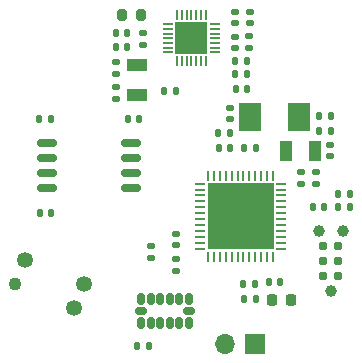
<source format=gbr>
%TF.GenerationSoftware,KiCad,Pcbnew,9.0.0*%
%TF.CreationDate,2025-04-02T00:09:28-04:00*%
%TF.ProjectId,IngestibleCapsule-Board_whole,496e6765-7374-4696-926c-654361707375,rev?*%
%TF.SameCoordinates,Original*%
%TF.FileFunction,Soldermask,Top*%
%TF.FilePolarity,Negative*%
%FSLAX46Y46*%
G04 Gerber Fmt 4.6, Leading zero omitted, Abs format (unit mm)*
G04 Created by KiCad (PCBNEW 9.0.0) date 2025-04-02 00:09:28*
%MOMM*%
%LPD*%
G01*
G04 APERTURE LIST*
G04 Aperture macros list*
%AMRoundRect*
0 Rectangle with rounded corners*
0 $1 Rounding radius*
0 $2 $3 $4 $5 $6 $7 $8 $9 X,Y pos of 4 corners*
0 Add a 4 corners polygon primitive as box body*
4,1,4,$2,$3,$4,$5,$6,$7,$8,$9,$2,$3,0*
0 Add four circle primitives for the rounded corners*
1,1,$1+$1,$2,$3*
1,1,$1+$1,$4,$5*
1,1,$1+$1,$6,$7*
1,1,$1+$1,$8,$9*
0 Add four rect primitives between the rounded corners*
20,1,$1+$1,$2,$3,$4,$5,0*
20,1,$1+$1,$4,$5,$6,$7,0*
20,1,$1+$1,$6,$7,$8,$9,0*
20,1,$1+$1,$8,$9,$2,$3,0*%
G04 Aperture macros list end*
%ADD10RoundRect,0.135000X-0.185000X0.135000X-0.185000X-0.135000X0.185000X-0.135000X0.185000X0.135000X0*%
%ADD11R,1.700000X1.700000*%
%ADD12O,1.700000X1.700000*%
%ADD13RoundRect,0.140000X-0.170000X0.140000X-0.170000X-0.140000X0.170000X-0.140000X0.170000X0.140000X0*%
%ADD14RoundRect,0.135000X0.135000X0.185000X-0.135000X0.185000X-0.135000X-0.185000X0.135000X-0.185000X0*%
%ADD15RoundRect,0.140000X0.140000X0.170000X-0.140000X0.170000X-0.140000X-0.170000X0.140000X-0.170000X0*%
%ADD16RoundRect,0.050000X-0.362500X-0.050000X0.362500X-0.050000X0.362500X0.050000X-0.362500X0.050000X0*%
%ADD17RoundRect,0.050000X-0.050000X-0.362500X0.050000X-0.362500X0.050000X0.362500X-0.050000X0.362500X0*%
%ADD18R,2.700000X2.700000*%
%ADD19RoundRect,0.150000X0.150000X-0.325000X0.150000X0.325000X-0.150000X0.325000X-0.150000X-0.325000X0*%
%ADD20RoundRect,0.150000X0.325000X-0.150000X0.325000X0.150000X-0.325000X0.150000X-0.325000X-0.150000X0*%
%ADD21RoundRect,0.140000X-0.140000X-0.170000X0.140000X-0.170000X0.140000X0.170000X-0.140000X0.170000X0*%
%ADD22R,1.000000X1.800000*%
%ADD23RoundRect,0.135000X0.185000X-0.135000X0.185000X0.135000X-0.185000X0.135000X-0.185000X-0.135000X0*%
%ADD24RoundRect,0.225000X0.225000X0.250000X-0.225000X0.250000X-0.225000X-0.250000X0.225000X-0.250000X0*%
%ADD25R,1.800000X1.000000*%
%ADD26RoundRect,0.062500X-0.062500X0.375000X-0.062500X-0.375000X0.062500X-0.375000X0.062500X0.375000X0*%
%ADD27RoundRect,0.062500X-0.375000X0.062500X-0.375000X-0.062500X0.375000X-0.062500X0.375000X0.062500X0*%
%ADD28R,5.600000X5.600000*%
%ADD29RoundRect,0.140000X0.170000X-0.140000X0.170000X0.140000X-0.170000X0.140000X-0.170000X-0.140000X0*%
%ADD30RoundRect,0.147500X-0.172500X0.147500X-0.172500X-0.147500X0.172500X-0.147500X0.172500X0.147500X0*%
%ADD31RoundRect,0.135000X-0.135000X-0.185000X0.135000X-0.185000X0.135000X0.185000X-0.135000X0.185000X0*%
%ADD32RoundRect,0.200000X0.200000X0.275000X-0.200000X0.275000X-0.200000X-0.275000X0.200000X-0.275000X0*%
%ADD33C,1.350000*%
%ADD34C,1.100000*%
%ADD35RoundRect,0.147500X0.147500X0.172500X-0.147500X0.172500X-0.147500X-0.172500X0.147500X-0.172500X0*%
%ADD36C,0.990600*%
%ADD37C,0.787400*%
%ADD38RoundRect,0.162500X-0.650000X-0.162500X0.650000X-0.162500X0.650000X0.162500X-0.650000X0.162500X0*%
%ADD39R,1.900000X2.400000*%
G04 APERTURE END LIST*
D10*
%TO.C,R7*%
X64050000Y-91250000D03*
X64050000Y-92270000D03*
%TD*%
D11*
%TO.C,J2*%
X72825000Y-99550000D03*
D12*
X70285000Y-99550000D03*
%TD*%
D13*
%TO.C,C16*%
X72400000Y-71420000D03*
X72400000Y-72380000D03*
%TD*%
D14*
%TO.C,R10*%
X72220000Y-76700000D03*
X71200000Y-76700000D03*
%TD*%
D13*
%TO.C,C10*%
X79227500Y-82670000D03*
X79227500Y-83630000D03*
%TD*%
D15*
%TO.C,C23*%
X62060000Y-74390000D03*
X61100000Y-74390000D03*
%TD*%
D16*
%TO.C,U5*%
X65522415Y-72440735D03*
X65522415Y-72840735D03*
X65522415Y-73240735D03*
X65522415Y-73640735D03*
X65522415Y-74040735D03*
X65522415Y-74440735D03*
X65522415Y-74840735D03*
D17*
X66284915Y-75603235D03*
X66684915Y-75603235D03*
X67084915Y-75603235D03*
X67484915Y-75603235D03*
X67884915Y-75603235D03*
X68284915Y-75603235D03*
X68684915Y-75603235D03*
D16*
X69447415Y-74840735D03*
X69447415Y-74440735D03*
X69447415Y-74040735D03*
X69447415Y-73640735D03*
X69447415Y-73240735D03*
X69447415Y-72840735D03*
X69447415Y-72440735D03*
D17*
X68684915Y-71678235D03*
X68284915Y-71678235D03*
X67884915Y-71678235D03*
X67484915Y-71678235D03*
X67084915Y-71678235D03*
X66684915Y-71678235D03*
X66284915Y-71678235D03*
D18*
X67484915Y-73640735D03*
%TD*%
D15*
%TO.C,C8*%
X79267500Y-80250000D03*
X78307500Y-80250000D03*
%TD*%
D19*
%TO.C,U3*%
X63250000Y-97750000D03*
X64050000Y-97750000D03*
X64850000Y-97750000D03*
X65650000Y-97750000D03*
X66450000Y-97750000D03*
X67250000Y-97750000D03*
D20*
X67250000Y-96750000D03*
D19*
X67250000Y-95750000D03*
X66450000Y-95750000D03*
X65650000Y-95750000D03*
X64850000Y-95750000D03*
X64050000Y-95750000D03*
X63250000Y-95750000D03*
D20*
X63250000Y-96750000D03*
%TD*%
D14*
%TO.C,R6*%
X72920000Y-95750000D03*
X71900000Y-95750000D03*
%TD*%
D13*
%TO.C,C1*%
X66187500Y-90220000D03*
X66187500Y-91180000D03*
%TD*%
D15*
%TO.C,C4*%
X74985000Y-94250000D03*
X74025000Y-94250000D03*
%TD*%
D13*
%TO.C,C5*%
X76787500Y-85000000D03*
X76787500Y-85960000D03*
%TD*%
D15*
%TO.C,C11*%
X79257500Y-81500000D03*
X78297500Y-81500000D03*
%TD*%
D21*
%TO.C,C19*%
X71210000Y-75600000D03*
X72170000Y-75600000D03*
%TD*%
D22*
%TO.C,Y2*%
X75477500Y-83178228D03*
X77977500Y-83178228D03*
%TD*%
D23*
%TO.C,R12*%
X63400000Y-74190000D03*
X63400000Y-73170000D03*
%TD*%
D14*
%TO.C,R8*%
X55570000Y-80450000D03*
X54550000Y-80450000D03*
%TD*%
D24*
%TO.C,C7*%
X75875000Y-95800000D03*
X74325000Y-95800000D03*
%TD*%
D25*
%TO.C,Y3*%
X62900000Y-78430000D03*
X62900000Y-75930000D03*
%TD*%
D13*
%TO.C,C21*%
X61100000Y-75680000D03*
X61100000Y-76640000D03*
%TD*%
D26*
%TO.C,U1*%
X74387500Y-85262500D03*
X73887500Y-85262500D03*
X73387500Y-85262500D03*
X72887500Y-85262500D03*
X72387500Y-85262500D03*
X71887500Y-85262500D03*
X71387500Y-85262500D03*
X70887500Y-85262500D03*
X70387500Y-85262500D03*
X69887500Y-85262500D03*
X69387500Y-85262500D03*
X68887500Y-85262500D03*
D27*
X68200000Y-85950000D03*
X68200000Y-86450000D03*
X68200000Y-86950000D03*
X68200000Y-87450000D03*
X68200000Y-87950000D03*
X68200000Y-88450000D03*
X68200000Y-88950000D03*
X68200000Y-89450000D03*
X68200000Y-89950000D03*
X68200000Y-90450000D03*
X68200000Y-90950000D03*
X68200000Y-91450000D03*
D26*
X68887500Y-92137500D03*
X69387500Y-92137500D03*
X69887500Y-92137500D03*
X70387500Y-92137500D03*
X70887500Y-92137500D03*
X71387500Y-92137500D03*
X71887500Y-92137500D03*
X72387500Y-92137500D03*
X72887500Y-92137500D03*
X73387500Y-92137500D03*
X73887500Y-92137500D03*
X74387500Y-92137500D03*
D27*
X75075000Y-91450000D03*
X75075000Y-90950000D03*
X75075000Y-90450000D03*
X75075000Y-89950000D03*
X75075000Y-89450000D03*
X75075000Y-88950000D03*
X75075000Y-88450000D03*
X75075000Y-87950000D03*
X75075000Y-87450000D03*
X75075000Y-86950000D03*
X75075000Y-86450000D03*
X75075000Y-85950000D03*
D28*
X71637500Y-88700000D03*
%TD*%
D13*
%TO.C,C15*%
X72340000Y-73480000D03*
X72340000Y-74440000D03*
%TD*%
D29*
%TO.C,C9*%
X70737500Y-80510000D03*
X70737500Y-79550000D03*
%TD*%
D30*
%TO.C,L1*%
X71200000Y-71415000D03*
X71200000Y-72385000D03*
%TD*%
D31*
%TO.C,R3*%
X71917500Y-82950000D03*
X72937500Y-82950000D03*
%TD*%
D29*
%TO.C,C20*%
X61100000Y-78760000D03*
X61100000Y-77800000D03*
%TD*%
D31*
%TO.C,R4*%
X79877500Y-87950000D03*
X80897500Y-87950000D03*
%TD*%
D32*
%TO.C,R11*%
X63225000Y-71680000D03*
X61575000Y-71680000D03*
%TD*%
D33*
%TO.C,U2*%
X58392500Y-94450000D03*
X53407500Y-92385000D03*
D34*
X52552500Y-94450000D03*
D33*
X57537500Y-96515000D03*
%TD*%
D21*
%TO.C,C13*%
X62890000Y-99700000D03*
X63850000Y-99700000D03*
%TD*%
D31*
%TO.C,R2*%
X79917500Y-86800000D03*
X80937500Y-86800000D03*
%TD*%
D14*
%TO.C,R1*%
X70757500Y-81700000D03*
X69737500Y-81700000D03*
%TD*%
D21*
%TO.C,C12*%
X54620000Y-88400000D03*
X55580000Y-88400000D03*
%TD*%
D13*
%TO.C,C17*%
X71200000Y-73500000D03*
X71200000Y-74460000D03*
%TD*%
D15*
%TO.C,C2*%
X70757500Y-82950000D03*
X69797500Y-82950000D03*
%TD*%
D35*
%TO.C,D1*%
X78707500Y-87950000D03*
X77737500Y-87950000D03*
%TD*%
D15*
%TO.C,C22*%
X62060000Y-73180000D03*
X61100000Y-73180000D03*
%TD*%
D31*
%TO.C,R9*%
X65190000Y-78100000D03*
X66210000Y-78100000D03*
%TD*%
D21*
%TO.C,C14*%
X62090000Y-80450000D03*
X63050000Y-80450000D03*
%TD*%
D36*
%TO.C,J1*%
X79287500Y-95050000D03*
X78271500Y-89970000D03*
X80303500Y-89970000D03*
D37*
X79922500Y-93780000D03*
X78652500Y-93780000D03*
X79922500Y-92510000D03*
X78652500Y-92510000D03*
X79922500Y-91240000D03*
X78652500Y-91240000D03*
%TD*%
D38*
%TO.C,U4*%
X55225000Y-82480000D03*
X55225000Y-83750000D03*
X55225000Y-85020000D03*
X55225000Y-86290000D03*
X62400000Y-86290000D03*
X62400000Y-85020000D03*
X62400000Y-83750000D03*
X62400000Y-82480000D03*
%TD*%
D39*
%TO.C,Y1*%
X72477500Y-80300000D03*
X76577500Y-80300000D03*
%TD*%
D13*
%TO.C,C3*%
X66187500Y-92350000D03*
X66187500Y-93310000D03*
%TD*%
D14*
%TO.C,R5*%
X72900000Y-94450000D03*
X71880000Y-94450000D03*
%TD*%
D21*
%TO.C,C18*%
X71230000Y-77900000D03*
X72190000Y-77900000D03*
%TD*%
D13*
%TO.C,C6*%
X78037500Y-85000000D03*
X78037500Y-85960000D03*
%TD*%
M02*

</source>
